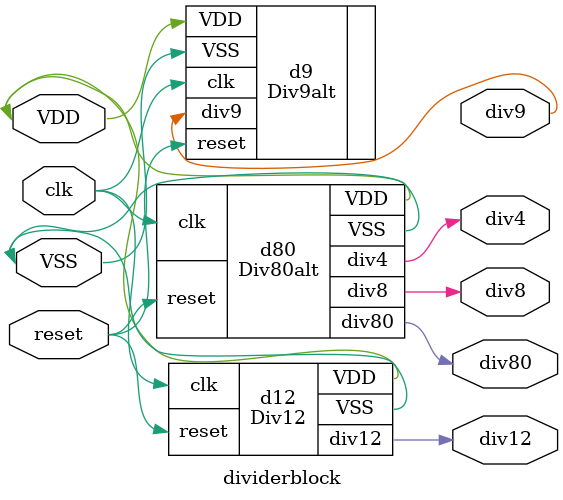
<source format=v>


module Div12 ( reset, clk, div12, VDD, VSS );
  input reset, clk;
  output div12;
  inout VDD,  VSS;
  wire   N0, N1, N2, N3, N4, N5, N6, N7, N8, N9, N10, N11;
  wire   [2:0] count;
  tri   reset;
  tri   clk;

  \**SEQGEN**  div12_reg ( .clear(1'b0), .preset(1'b0), .next_state(N10), 
        .clocked_on(clk), .data_in(1'b0), .enable(1'b0), .Q(div12), 
        .synch_clear(1'b0), .synch_preset(1'b0), .synch_toggle(1'b0), 
        .synch_enable(N9) );
  \**SEQGEN**  \count_reg[2]  ( .clear(1'b0), .preset(1'b0), .next_state(N8), 
        .clocked_on(clk), .data_in(1'b0), .enable(1'b0), .Q(count[2]), 
        .synch_clear(1'b0), .synch_preset(1'b0), .synch_toggle(1'b0), 
        .synch_enable(1'b1) );
  \**SEQGEN**  \count_reg[1]  ( .clear(1'b0), .preset(1'b0), .next_state(N7), 
        .clocked_on(clk), .data_in(1'b0), .enable(1'b0), .Q(count[1]), 
        .synch_clear(1'b0), .synch_preset(1'b0), .synch_toggle(1'b0), 
        .synch_enable(1'b1) );
  \**SEQGEN**  \count_reg[0]  ( .clear(1'b0), .preset(1'b0), .next_state(N6), 
        .clocked_on(clk), .data_in(1'b0), .enable(1'b0), .Q(count[0]), 
        .synch_clear(1'b0), .synch_preset(1'b0), .synch_toggle(1'b0), 
        .synch_enable(1'b1) );
  SELECT_OP C25 ( .DATA1({1'b0, 1'b0, 1'b0}), .DATA2({count[0], N2, count[1]}), 
        .CONTROL1(N0), .CONTROL2(N1), .Z({N8, N7, N6}) );
  GTECH_BUF B_0 ( .A(N3), .Z(N0) );
  GTECH_BUF B_1 ( .A(reset), .Z(N1) );
  SELECT_OP C26 ( .DATA1(1'b1), .DATA2(N4), .CONTROL1(N0), .CONTROL2(N1), .Z(
        N9) );
  SELECT_OP C27 ( .DATA1(1'b0), .DATA2(N5), .CONTROL1(N0), .CONTROL2(N1), .Z(
        N10) );
  GTECH_NOT I_0 ( .A(count[2]), .Z(N2) );
  GTECH_NOT I_1 ( .A(reset), .Z(N3) );
  GTECH_AND2 C34 ( .A(N2), .B(N11), .Z(N4) );
  GTECH_NOT I_2 ( .A(count[1]), .Z(N11) );
  GTECH_NOT I_3 ( .A(div12), .Z(N5) );
endmodule


module Div80alt ( reset, clk, div80, div4, div8, VDD, VSS );
  input reset, clk;
  output div80, div4, div8;
  inout VDD,  VSS;
  wire   N0, N1, N2, N3, N4, N5, N6, N7, N8, N9, N10, N11, N12, N13, N14, N15,
         N16, N17, N18, N19, N20, N21, N22, N23, N24, N25, N26, N27, N28, N29;
  wire   [2:0] count5;
  wire   [2:0] count8;
  tri   reset;
  tri   clk;

  \**SEQGEN**  div4_reg ( .clear(1'b0), .preset(1'b0), .next_state(N13), 
        .clocked_on(clk), .data_in(1'b0), .enable(1'b0), .Q(div4), 
        .synch_clear(1'b0), .synch_preset(1'b0), .synch_toggle(1'b0), 
        .synch_enable(1'b1) );
  \**SEQGEN**  div80_reg ( .clear(1'b0), .preset(1'b0), .next_state(N20), 
        .clocked_on(clk), .data_in(1'b0), .enable(1'b0), .Q(div80), 
        .synch_clear(1'b0), .synch_preset(1'b0), .synch_toggle(1'b0), 
        .synch_enable(N19) );
  \**SEQGEN**  \count5_reg[2]  ( .clear(1'b0), .preset(1'b0), .next_state(N18), 
        .clocked_on(clk), .data_in(1'b0), .enable(1'b0), .Q(count5[2]), 
        .synch_clear(1'b0), .synch_preset(1'b0), .synch_toggle(1'b0), 
        .synch_enable(1'b1) );
  \**SEQGEN**  \count5_reg[1]  ( .clear(1'b0), .preset(1'b0), .next_state(N17), 
        .clocked_on(clk), .data_in(1'b0), .enable(1'b0), .Q(count5[1]), 
        .synch_clear(1'b0), .synch_preset(1'b0), .synch_toggle(1'b0), 
        .synch_enable(1'b1) );
  \**SEQGEN**  \count5_reg[0]  ( .clear(1'b0), .preset(1'b0), .next_state(N16), 
        .clocked_on(clk), .data_in(1'b0), .enable(1'b0), .Q(count5[0]), 
        .synch_clear(1'b0), .synch_preset(1'b0), .synch_toggle(1'b0), 
        .synch_enable(1'b1) );
  \**SEQGEN**  div8_reg ( .clear(1'b0), .preset(1'b0), .next_state(N21), 
        .clocked_on(clk), .data_in(1'b0), .enable(1'b0), .Q(div8), 
        .synch_clear(1'b0), .synch_preset(1'b0), .synch_toggle(1'b0), 
        .synch_enable(1'b1) );
  \**SEQGEN**  \count8_reg[2]  ( .clear(1'b0), .preset(1'b0), .next_state(N15), 
        .clocked_on(clk), .data_in(1'b0), .enable(1'b0), .Q(count8[2]), 
        .synch_clear(1'b0), .synch_preset(1'b0), .synch_toggle(1'b0), 
        .synch_enable(1'b1) );
  \**SEQGEN**  \count8_reg[1]  ( .clear(1'b0), .preset(1'b0), .next_state(N14), 
        .clocked_on(clk), .data_in(1'b0), .enable(1'b0), .Q(count8[1]), 
        .synch_clear(1'b0), .synch_preset(1'b0), .synch_toggle(1'b0), 
        .synch_enable(1'b1) );
  \**SEQGEN**  \count8_reg[0]  ( .clear(1'b0), .preset(1'b0), .next_state(N13), 
        .clocked_on(clk), .data_in(1'b0), .enable(1'b0), .Q(count8[0]), 
        .synch_clear(1'b0), .synch_preset(1'b0), .synch_toggle(1'b0), 
        .synch_enable(1'b1) );
  GTECH_NOT I_0 ( .A(count5[2]), .Z(N22) );
  GTECH_OR2 C39 ( .A(count8[1]), .B(count8[2]), .Z(N23) );
  GTECH_OR2 C40 ( .A(count8[0]), .B(N23), .Z(N24) );
  GTECH_NOT I_1 ( .A(N24), .Z(N25) );
  SELECT_OP C42 ( .DATA1({1'b0, 1'b0, 1'b0}), .DATA2({N9, N10, N5}), 
        .CONTROL1(N0), .CONTROL2(N1), .Z({N15, N14, N13}) );
  GTECH_BUF B_0 ( .A(N6), .Z(N0) );
  GTECH_BUF B_1 ( .A(reset), .Z(N1) );
  SELECT_OP C43 ( .DATA1({1'b0, 1'b0, 1'b0}), .DATA2({N7, count5[0], N8}), 
        .CONTROL1(N0), .CONTROL2(N1), .Z({N18, N17, N16}) );
  SELECT_OP C44 ( .DATA1(1'b1), .DATA2(N11), .CONTROL1(N0), .CONTROL2(N1), .Z(
        N19) );
  SELECT_OP C45 ( .DATA1(1'b0), .DATA2(N12), .CONTROL1(N0), .CONTROL2(N1), .Z(
        N20) );
  SELECT_OP C46 ( .DATA1(1'b0), .DATA2(N4), .CONTROL1(N0), .CONTROL2(N1), .Z(
        N21) );
  GTECH_NOT I_2 ( .A(count5[1]), .Z(N2) );
  GTECH_AND2 C50 ( .A(count8[1]), .B(N26), .Z(N3) );
  GTECH_NOT I_3 ( .A(count8[0]), .Z(N26) );
  GTECH_NOT I_4 ( .A(count8[2]), .Z(N4) );
  GTECH_NOT I_5 ( .A(N27), .Z(N5) );
  GTECH_XOR2 C54 ( .A(count8[1]), .B(count8[2]), .Z(N27) );
  GTECH_NOT I_6 ( .A(reset), .Z(N6) );
  GTECH_OR2 C58 ( .A(N2), .B(count5[0]), .Z(N7) );
  GTECH_AND2 C59 ( .A(count5[2]), .B(N2), .Z(N8) );
  GTECH_OR2 C60 ( .A(N3), .B(N28), .Z(N9) );
  GTECH_AND2 C61 ( .A(count8[2]), .B(count8[0]), .Z(N28) );
  GTECH_OR2 C62 ( .A(N3), .B(N29), .Z(N10) );
  GTECH_AND2 C63 ( .A(N4), .B(count8[0]), .Z(N29) );
  GTECH_AND2 C64 ( .A(N22), .B(N25), .Z(N11) );
  GTECH_NOT I_7 ( .A(div80), .Z(N12) );
endmodule


module dividerblock ( reset, clk, VDD, VSS, div4, div8, div9, div12, div80 );
  input reset, clk;
  output div4, div8, div9, div12, div80;
  inout VDD,  VSS;

  tri   reset;
  tri   clk;
  tri   VDD;
  tri   VSS;
  tri   div9;

  Div9alt d9 ( .reset(reset), .clk(clk), .div9(div9), .VDD(VDD), .VSS(VSS) );
  Div12 d12 ( .reset(reset), .clk(clk), .div12(div12), .VDD(VDD), .VSS(VSS) );
  Div80alt d80 ( .reset(reset), .clk(clk), .div80(div80), .div4(div4), .div8(
        div8), .VDD(VDD), .VSS(VSS) );
endmodule


</source>
